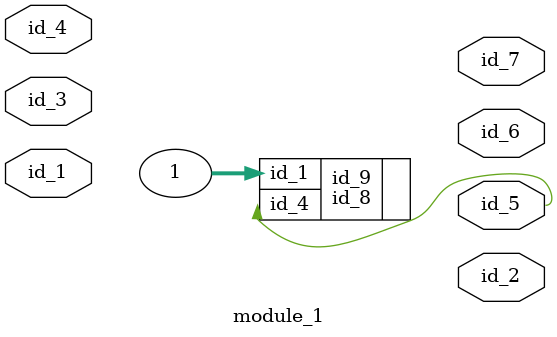
<source format=v>
module module_0 (
    id_1,
    id_2,
    id_3,
    id_4,
    id_5,
    id_6,
    id_7,
    id_8,
    id_9,
    id_10,
    id_11
);
  output id_11;
  input id_10;
  input id_9;
  output id_8;
  output id_7;
  input id_6;
  input id_5;
  input id_4;
  input id_3;
  output id_2;
  input id_1;
  id_12 id_13 ();
endmodule
module module_1 (
    id_1,
    id_2,
    id_3,
    id_4,
    id_5,
    id_6,
    id_7
);
  output id_7;
  output id_6;
  output id_5;
  input id_4;
  input id_3;
  output id_2;
  input id_1;
  id_8 id_9 (
      .id_4(id_5),
      .id_1(1)
  );
endmodule

</source>
